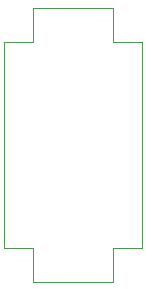
<source format=gbr>
%TF.GenerationSoftware,KiCad,Pcbnew,7.0.1*%
%TF.CreationDate,2023-04-02T13:10:04+09:00*%
%TF.ProjectId,joystick_gpio_input_1p_rasp_part,6a6f7973-7469-4636-9b5f-6770696f5f69,2*%
%TF.SameCoordinates,PX8841978PY69edb98*%
%TF.FileFunction,Profile,NP*%
%FSLAX46Y46*%
G04 Gerber Fmt 4.6, Leading zero omitted, Abs format (unit mm)*
G04 Created by KiCad (PCBNEW 7.0.1) date 2023-04-02 13:10:04*
%MOMM*%
%LPD*%
G01*
G04 APERTURE LIST*
%TA.AperFunction,Profile*%
%ADD10C,0.100000*%
%TD*%
G04 APERTURE END LIST*
D10*
X9220200Y20675600D02*
X11709400Y20675600D01*
X11709400Y3200400D01*
X9220200Y3200400D01*
X9220200Y355600D01*
X2489200Y355600D01*
X2489200Y3200400D01*
X0Y3200400D01*
X0Y20675600D01*
X2489200Y20675600D01*
X2489200Y23545800D01*
X9220200Y23545800D01*
X9220200Y20675600D01*
M02*

</source>
